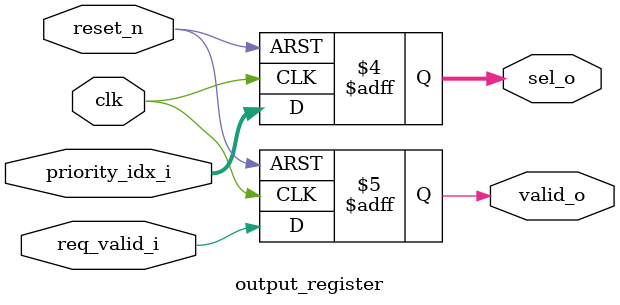
<source format=sv>
module binary_encoded_arbiter #(
  parameter WIDTH = 4
) (
  input                         clk,
  input                         reset_n,
  input      [WIDTH-1:0]        req_i,
  output     [$clog2(WIDTH)-1:0] sel_o,
  output                        valid_o
);
  
  // 注册输入请求以减少输入端到第一级寄存器的延迟
  reg [WIDTH-1:0] req_reg;
  
  always @(posedge clk or negedge reset_n) begin
    if (!reset_n) begin
      req_reg <= {WIDTH{1'b0}};
    end else begin
      req_reg <= req_i;
    end
  end
  
  // 内部连线
  wire                     req_valid;
  wire [$clog2(WIDTH)-1:0] priority_index;
  
  // 请求有效性检测模块
  request_validator #(
    .WIDTH(WIDTH)
  ) u_request_validator (
    .req_i      (req_reg),
    .req_valid_o(req_valid)
  );
  
  // 优先级选择器模块
  priority_encoder #(
    .WIDTH(WIDTH)
  ) u_priority_encoder (
    .req_i     (req_reg),
    .index_o   (priority_index)
  );
  
  // 组合逻辑后的输出寄存器控制模块
  output_register #(
    .WIDTH(WIDTH)
  ) u_output_register (
    .clk          (clk),
    .reset_n      (reset_n),
    .req_valid_i  (req_valid),
    .priority_idx_i(priority_index),
    .sel_o        (sel_o),
    .valid_o      (valid_o)
  );
  
endmodule

// 请求有效性检测模块 - 纯组合逻辑
module request_validator #(
  parameter WIDTH = 4
) (
  input  [WIDTH-1:0] req_i,
  output             req_valid_o
);
  
  // 只要有任何一个请求有效，输出就为高
  assign req_valid_o = |req_i;
  
endmodule

// 优先级编码器模块 - 优化组合逻辑
module priority_encoder #(
  parameter WIDTH = 4
) (
  input  [WIDTH-1:0]        req_i,
  output [$clog2(WIDTH)-1:0] index_o
);
  
  reg [$clog2(WIDTH)-1:0] priority_index;
  
  integer i;
  
  always @(*) begin
    priority_index = {$clog2(WIDTH){1'b0}};
    
    for (i = WIDTH-1; i >= 0; i = i - 1) begin
      if (req_i[i]) begin
        priority_index = i[$clog2(WIDTH)-1:0];
      end
    end
  end
  
  assign index_o = priority_index;
  
endmodule

// 输出寄存器控制模块
module output_register #(
  parameter WIDTH = 4
) (
  input                         clk,
  input                         reset_n,
  input                         req_valid_i,
  input      [$clog2(WIDTH)-1:0] priority_idx_i,
  output reg [$clog2(WIDTH)-1:0] sel_o,
  output reg                    valid_o
);
  
  always @(posedge clk or negedge reset_n) begin
    if (!reset_n) begin
      sel_o <= {$clog2(WIDTH){1'b0}};
      valid_o <= 1'b0;
    end else begin
      sel_o <= priority_idx_i;
      valid_o <= req_valid_i;
    end
  end
  
endmodule
</source>
